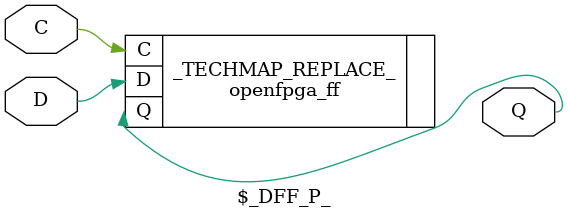
<source format=v>
module \$_DFF_P_ (D, Q, C);
    input D;
    input C;
    output Q;
    openfpga_ff _TECHMAP_REPLACE_ (.Q(Q), .D(D), .C(C));
endmodule



</source>
